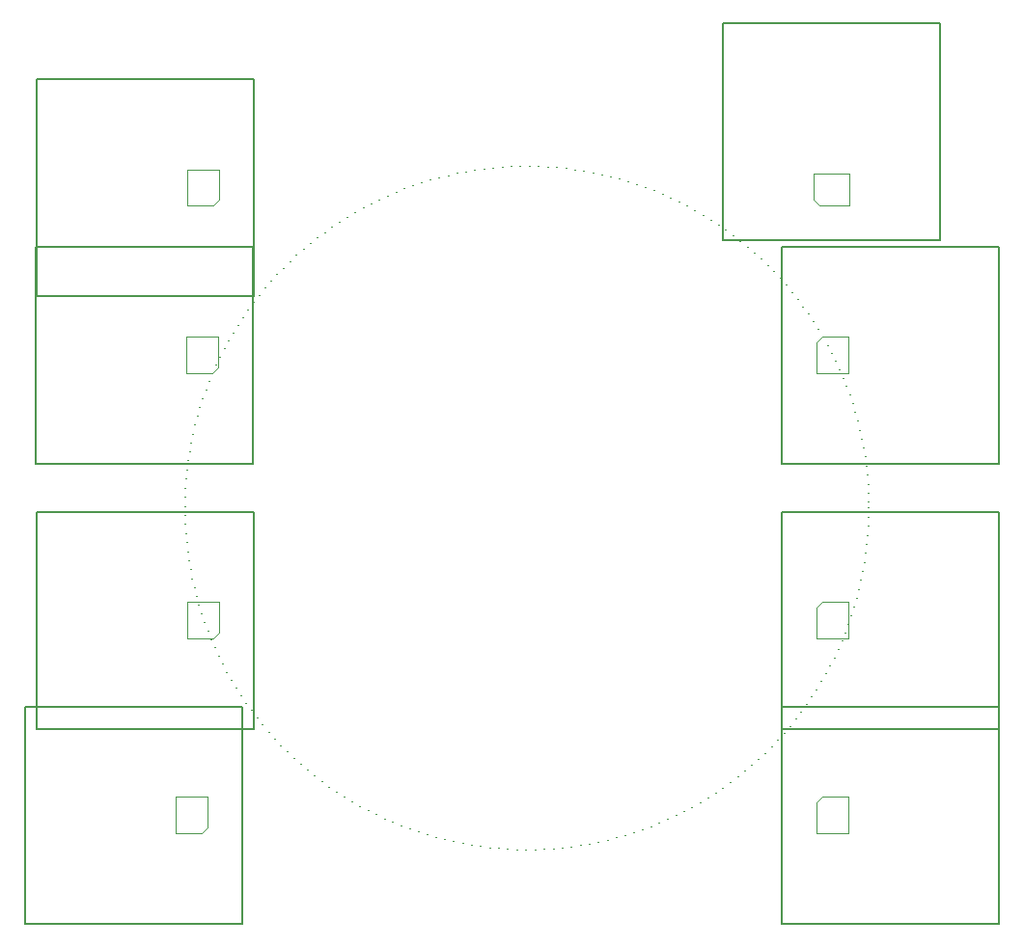
<source format=gbr>
G04 #@! TF.GenerationSoftware,KiCad,Pcbnew,(7.0.0)*
G04 #@! TF.CreationDate,2023-03-27T20:50:48+02:00*
G04 #@! TF.ProjectId,S3-27-epaper-touch,53332d32-372d-4657-9061-7065722d746f,rev?*
G04 #@! TF.SameCoordinates,Original*
G04 #@! TF.FileFunction,OtherDrawing,Comment*
%FSLAX46Y46*%
G04 Gerber Fmt 4.6, Leading zero omitted, Abs format (unit mm)*
G04 Created by KiCad (PCBNEW (7.0.0)) date 2023-03-27 20:50:48*
%MOMM*%
%LPD*%
G01*
G04 APERTURE LIST*
%ADD10C,0.200000*%
%ADD11C,0.150000*%
%ADD12C,0.120000*%
G04 APERTURE END LIST*
D10*
X167500000Y-90100000D02*
X167500000Y-90100000D01*
X167489333Y-90899905D02*
X167489333Y-90899905D01*
X167457343Y-91699241D02*
X167457343Y-91699241D01*
X167404051Y-92497440D02*
X167404051Y-92497440D01*
X167329495Y-93293935D02*
X167329495Y-93293935D01*
X167233728Y-94088158D02*
X167233728Y-94088158D01*
X167116818Y-94879546D02*
X167116818Y-94879546D01*
X166978849Y-95667535D02*
X166978849Y-95667535D01*
X166819918Y-96451565D02*
X166819918Y-96451565D01*
X166640139Y-97231078D02*
X166640139Y-97231078D01*
X166439639Y-98005521D02*
X166439639Y-98005521D01*
X166218561Y-98774343D02*
X166218561Y-98774343D01*
X165977062Y-99536996D02*
X165977062Y-99536996D01*
X165715314Y-100292939D02*
X165715314Y-100292939D01*
X165433503Y-101041635D02*
X165433503Y-101041635D01*
X165131829Y-101782550D02*
X165131829Y-101782550D01*
X164810507Y-102515158D02*
X164810507Y-102515158D01*
X164469766Y-103238938D02*
X164469766Y-103238938D01*
X164109847Y-103953375D02*
X164109847Y-103953375D01*
X163731007Y-104657961D02*
X163731007Y-104657961D01*
X163333515Y-105352196D02*
X163333515Y-105352196D01*
X162917653Y-106035585D02*
X162917653Y-106035585D01*
X162483717Y-106707644D02*
X162483717Y-106707644D01*
X162032017Y-107367892D02*
X162032017Y-107367892D01*
X161562872Y-108015863D02*
X161562872Y-108015863D01*
X161076617Y-108651094D02*
X161076617Y-108651094D01*
X160573598Y-109273133D02*
X160573598Y-109273133D01*
X160054171Y-109881540D02*
X160054171Y-109881540D01*
X159518707Y-110475880D02*
X159518707Y-110475880D01*
X158967587Y-111055732D02*
X158967587Y-111055732D01*
X158401201Y-111620682D02*
X158401201Y-111620682D01*
X157819953Y-112170330D02*
X157819953Y-112170330D01*
X157224256Y-112704285D02*
X157224256Y-112704285D01*
X156614534Y-113222166D02*
X156614534Y-113222166D01*
X155991220Y-113723606D02*
X155991220Y-113723606D01*
X155354757Y-114208247D02*
X155354757Y-114208247D01*
X154705599Y-114675747D02*
X154705599Y-114675747D01*
X154044206Y-115125771D02*
X154044206Y-115125771D01*
X153371049Y-115558000D02*
X153371049Y-115558000D01*
X152686607Y-115972126D02*
X152686607Y-115972126D01*
X151991366Y-116367856D02*
X151991366Y-116367856D01*
X151285821Y-116744908D02*
X151285821Y-116744908D01*
X150570473Y-117103013D02*
X150570473Y-117103013D01*
X149845831Y-117441917D02*
X149845831Y-117441917D01*
X149112410Y-117761379D02*
X149112410Y-117761379D01*
X148370732Y-118061172D02*
X148370732Y-118061172D01*
X147621324Y-118341083D02*
X147621324Y-118341083D01*
X146864720Y-118600912D02*
X146864720Y-118600912D01*
X146101456Y-118840475D02*
X146101456Y-118840475D01*
X145332076Y-119059602D02*
X145332076Y-119059602D01*
X144557127Y-119258137D02*
X144557127Y-119258137D01*
X143777159Y-119435938D02*
X143777159Y-119435938D01*
X142992729Y-119592879D02*
X142992729Y-119592879D01*
X142204392Y-119728848D02*
X142204392Y-119728848D01*
X141412711Y-119843750D02*
X141412711Y-119843750D01*
X140618247Y-119937502D02*
X140618247Y-119937502D01*
X139821566Y-120010037D02*
X139821566Y-120010037D01*
X139023234Y-120061304D02*
X139023234Y-120061304D01*
X138223819Y-120091266D02*
X138223819Y-120091266D01*
X137423889Y-120099903D02*
X137423889Y-120099903D01*
X136624014Y-120087208D02*
X136624014Y-120087208D01*
X135824761Y-120053189D02*
X135824761Y-120053189D01*
X135026700Y-119997872D02*
X135026700Y-119997872D01*
X134230397Y-119921296D02*
X134230397Y-119921296D01*
X133436419Y-119823514D02*
X133436419Y-119823514D01*
X132645331Y-119704597D02*
X132645331Y-119704597D01*
X131857694Y-119564629D02*
X131857694Y-119564629D01*
X131074070Y-119403710D02*
X131074070Y-119403710D01*
X130295015Y-119221953D02*
X130295015Y-119221953D01*
X129521083Y-119019489D02*
X129521083Y-119019489D01*
X128752825Y-118796462D02*
X128752825Y-118796462D01*
X127990787Y-118553029D02*
X127990787Y-118553029D01*
X127235510Y-118289364D02*
X127235510Y-118289364D01*
X126487532Y-118005654D02*
X126487532Y-118005654D01*
X125747385Y-117702102D02*
X125747385Y-117702102D01*
X125015594Y-117378922D02*
X125015594Y-117378922D01*
X124292681Y-117036346D02*
X124292681Y-117036346D01*
X123579160Y-116674615D02*
X123579160Y-116674615D01*
X122875536Y-116293989D02*
X122875536Y-116293989D01*
X122182312Y-115894737D02*
X122182312Y-115894737D01*
X121499980Y-115477142D02*
X121499980Y-115477142D01*
X120829025Y-115041503D02*
X120829025Y-115041503D01*
X120169924Y-114588129D02*
X120169924Y-114588129D01*
X119523146Y-114117342D02*
X119523146Y-114117342D01*
X118889151Y-113629477D02*
X118889151Y-113629477D01*
X118268390Y-113124881D02*
X118268390Y-113124881D01*
X117661303Y-112603913D02*
X117661303Y-112603913D01*
X117068323Y-112066943D02*
X117068323Y-112066943D01*
X116489872Y-111514353D02*
X116489872Y-111514353D01*
X115926360Y-110946535D02*
X115926360Y-110946535D01*
X115378188Y-110363895D02*
X115378188Y-110363895D01*
X114845747Y-109766845D02*
X114845747Y-109766845D01*
X114329414Y-109155811D02*
X114329414Y-109155811D01*
X113829557Y-108531227D02*
X113829557Y-108531227D01*
X113346532Y-107893537D02*
X113346532Y-107893537D01*
X112880681Y-107243195D02*
X112880681Y-107243195D01*
X112432336Y-106580663D02*
X112432336Y-106580663D01*
X112001816Y-105906411D02*
X112001816Y-105906411D01*
X111589427Y-105220921D02*
X111589427Y-105220921D01*
X111195463Y-104524678D02*
X111195463Y-104524678D01*
X110820202Y-103818178D02*
X110820202Y-103818178D01*
X110463913Y-103101924D02*
X110463913Y-103101924D01*
X110126849Y-102376425D02*
X110126849Y-102376425D01*
X109809248Y-101642196D02*
X109809248Y-101642196D01*
X109511338Y-100899760D02*
X109511338Y-100899760D01*
X109233329Y-100149644D02*
X109233329Y-100149644D01*
X108975420Y-99392382D02*
X108975420Y-99392382D01*
X108737794Y-98628513D02*
X108737794Y-98628513D01*
X108520620Y-97858580D02*
X108520620Y-97858580D01*
X108324052Y-97083130D02*
X108324052Y-97083130D01*
X108148231Y-96302714D02*
X108148231Y-96302714D01*
X107993280Y-95517888D02*
X107993280Y-95517888D01*
X107859311Y-94729209D02*
X107859311Y-94729209D01*
X107746418Y-93937238D02*
X107746418Y-93937238D01*
X107654682Y-93142539D02*
X107654682Y-93142539D01*
X107584169Y-92345677D02*
X107584169Y-92345677D01*
X107534927Y-91547217D02*
X107534927Y-91547217D01*
X107506993Y-90747729D02*
X107506993Y-90747729D01*
X107500386Y-89947780D02*
X107500386Y-89947780D01*
X107515110Y-89147939D02*
X107515110Y-89147939D01*
X107551156Y-88348775D02*
X107551156Y-88348775D01*
X107608498Y-87550857D02*
X107608498Y-87550857D01*
X107687094Y-86754751D02*
X107687094Y-86754751D01*
X107786890Y-85961023D02*
X107786890Y-85961023D01*
X107907814Y-85170239D02*
X107907814Y-85170239D01*
X108049779Y-84382961D02*
X108049779Y-84382961D01*
X108212686Y-83599747D02*
X108212686Y-83599747D01*
X108396418Y-82821156D02*
X108396418Y-82821156D01*
X108600845Y-82047740D02*
X108600845Y-82047740D01*
X108825821Y-81280050D02*
X108825821Y-81280050D01*
X109071187Y-80518632D02*
X109071187Y-80518632D01*
X109336767Y-79764026D02*
X109336767Y-79764026D01*
X109622373Y-79016771D02*
X109622373Y-79016771D01*
X109927803Y-78277396D02*
X109927803Y-78277396D01*
X110252837Y-77546428D02*
X110252837Y-77546428D01*
X110597247Y-76824386D02*
X110597247Y-76824386D01*
X110960786Y-76111784D02*
X110960786Y-76111784D01*
X111343197Y-75409129D02*
X111343197Y-75409129D01*
X111744206Y-74716920D02*
X111744206Y-74716920D01*
X112163530Y-74035650D02*
X112163530Y-74035650D01*
X112600870Y-73365802D02*
X112600870Y-73365802D01*
X113055915Y-72707854D02*
X113055915Y-72707854D01*
X113528341Y-72062272D02*
X113528341Y-72062272D01*
X114017813Y-71429517D02*
X114017813Y-71429517D01*
X114523983Y-70810037D02*
X114523983Y-70810037D01*
X115046489Y-70204274D02*
X115046489Y-70204274D01*
X115584962Y-69612659D02*
X115584962Y-69612659D01*
X116139018Y-69035611D02*
X116139018Y-69035611D01*
X116708263Y-68473541D02*
X116708263Y-68473541D01*
X117292292Y-67926850D02*
X117292292Y-67926850D01*
X117890691Y-67395925D02*
X117890691Y-67395925D01*
X118503033Y-66881144D02*
X118503033Y-66881144D01*
X119128883Y-66382873D02*
X119128883Y-66382873D01*
X119767796Y-65901467D02*
X119767796Y-65901467D01*
X120419319Y-65437268D02*
X120419319Y-65437268D01*
X121082986Y-64990605D02*
X121082986Y-64990605D01*
X121758328Y-64561797D02*
X121758328Y-64561797D01*
X122444862Y-64151149D02*
X122444862Y-64151149D01*
X123142102Y-63758952D02*
X123142102Y-63758952D01*
X123849552Y-63385485D02*
X123849552Y-63385485D01*
X124566707Y-63031014D02*
X124566707Y-63031014D01*
X125293060Y-62695791D02*
X125293060Y-62695791D01*
X126028092Y-62380055D02*
X126028092Y-62380055D01*
X126771282Y-62084029D02*
X126771282Y-62084029D01*
X127522100Y-61807924D02*
X127522100Y-61807924D01*
X128280013Y-61551937D02*
X128280013Y-61551937D01*
X129044483Y-61316250D02*
X129044483Y-61316250D01*
X129814965Y-61101030D02*
X129814965Y-61101030D01*
X130590911Y-60906430D02*
X130590911Y-60906430D01*
X131371771Y-60732589D02*
X131371771Y-60732589D01*
X132156988Y-60579630D02*
X132156988Y-60579630D01*
X132946004Y-60447662D02*
X132946004Y-60447662D01*
X133738258Y-60336779D02*
X133738258Y-60336779D01*
X134533187Y-60247060D02*
X134533187Y-60247060D01*
X135330226Y-60178568D02*
X135330226Y-60178568D01*
X136128808Y-60131352D02*
X136128808Y-60131352D01*
X136928365Y-60105446D02*
X136928365Y-60105446D01*
X137728328Y-60100868D02*
X137728328Y-60100868D01*
X138528129Y-60117622D02*
X138528129Y-60117622D01*
X139327198Y-60155695D02*
X139327198Y-60155695D01*
X140124969Y-60215061D02*
X140124969Y-60215061D01*
X140920873Y-60295677D02*
X140920873Y-60295677D01*
X141714344Y-60397486D02*
X141714344Y-60397486D01*
X142504819Y-60520416D02*
X142504819Y-60520416D01*
X143291735Y-60664378D02*
X143291735Y-60664378D01*
X144074533Y-60829272D02*
X144074533Y-60829272D01*
X144852656Y-61014979D02*
X144852656Y-61014979D01*
X145625550Y-61221367D02*
X145625550Y-61221367D01*
X146392667Y-61448290D02*
X146392667Y-61448290D01*
X147153460Y-61695586D02*
X147153460Y-61695586D01*
X147907389Y-61963080D02*
X147907389Y-61963080D01*
X148653918Y-62250581D02*
X148653918Y-62250581D01*
X149392516Y-62557885D02*
X149392516Y-62557885D01*
X150122657Y-62884774D02*
X150122657Y-62884774D01*
X150843822Y-63231014D02*
X150843822Y-63231014D01*
X151555500Y-63596360D02*
X151555500Y-63596360D01*
X152257182Y-63980552D02*
X152257182Y-63980552D01*
X152948372Y-64383316D02*
X152948372Y-64383316D01*
X153628576Y-64804367D02*
X153628576Y-64804367D01*
X154297312Y-65243405D02*
X154297312Y-65243405D01*
X154954104Y-65700118D02*
X154954104Y-65700118D01*
X155598485Y-66174180D02*
X155598485Y-66174180D01*
X156229997Y-66665256D02*
X156229997Y-66665256D01*
X156848190Y-67172995D02*
X156848190Y-67172995D01*
X157452625Y-67697037D02*
X157452625Y-67697037D01*
X158042873Y-68237009D02*
X158042873Y-68237009D01*
X158618513Y-68792527D02*
X158618513Y-68792527D01*
X159179137Y-69363196D02*
X159179137Y-69363196D01*
X159724345Y-69948611D02*
X159724345Y-69948611D01*
X160253750Y-70548354D02*
X160253750Y-70548354D01*
X160766976Y-71162000D02*
X160766976Y-71162000D01*
X161263657Y-71789113D02*
X161263657Y-71789113D01*
X161743441Y-72429245D02*
X161743441Y-72429245D01*
X162205986Y-73081943D02*
X162205986Y-73081943D01*
X162650963Y-73746742D02*
X162650963Y-73746742D01*
X163078056Y-74423169D02*
X163078056Y-74423169D01*
X163486961Y-75110743D02*
X163486961Y-75110743D01*
X163877388Y-75808976D02*
X163877388Y-75808976D01*
X164249059Y-76517370D02*
X164249059Y-76517370D01*
X164601709Y-77235423D02*
X164601709Y-77235423D01*
X164935088Y-77962624D02*
X164935088Y-77962624D01*
X165248959Y-78698454D02*
X165248959Y-78698454D01*
X165543099Y-79442393D02*
X165543099Y-79442393D01*
X165817298Y-80193909D02*
X165817298Y-80193909D01*
X166071361Y-80952470D02*
X166071361Y-80952470D01*
X166305108Y-81717535D02*
X166305108Y-81717535D01*
X166518373Y-82488560D02*
X166518373Y-82488560D01*
X166711003Y-83264998D02*
X166711003Y-83264998D01*
X166882863Y-84046296D02*
X166882863Y-84046296D01*
X167033829Y-84831898D02*
X167033829Y-84831898D01*
X167163795Y-85621246D02*
X167163795Y-85621246D01*
X167272668Y-86413780D02*
X167272668Y-86413780D01*
X167360370Y-87208934D02*
X167360370Y-87208934D01*
X167426840Y-88006144D02*
X167426840Y-88006144D01*
X167472029Y-88804843D02*
X167472029Y-88804843D01*
X167495907Y-89604463D02*
X167495907Y-89604463D01*
D11*
X159875000Y-126625000D02*
X178925000Y-126625000D01*
X178925000Y-126625000D02*
X178925000Y-107575000D01*
D12*
X162920001Y-118700000D02*
X162920001Y-116000000D01*
X165720001Y-118700000D02*
X162920001Y-118700000D01*
X163420001Y-115500000D02*
X162920001Y-116000000D01*
X163420001Y-115500000D02*
X165720001Y-115500000D01*
X165720001Y-115500000D02*
X165720001Y-118700000D01*
D11*
X159875000Y-107575000D02*
X159875000Y-126625000D01*
X178925000Y-107575000D02*
X159875000Y-107575000D01*
X159875000Y-109525000D02*
X178925000Y-109525000D01*
X178925000Y-109525000D02*
X178925000Y-90475000D01*
D12*
X162920001Y-101600000D02*
X162920001Y-98900000D01*
X165720001Y-101600000D02*
X162920001Y-101600000D01*
X163420001Y-98400000D02*
X162920001Y-98900000D01*
X163420001Y-98400000D02*
X165720001Y-98400000D01*
X165720001Y-98400000D02*
X165720001Y-101600000D01*
D11*
X159875000Y-90475000D02*
X159875000Y-109525000D01*
X178925000Y-90475000D02*
X159875000Y-90475000D01*
X113445001Y-67175000D02*
X94395001Y-67175000D01*
X94395001Y-67175000D02*
X94395001Y-86225000D01*
D12*
X110400000Y-75100000D02*
X110400000Y-77800000D01*
X107600000Y-75100000D02*
X110400000Y-75100000D01*
X109900000Y-78300000D02*
X110400000Y-77800000D01*
X109900000Y-78300000D02*
X107600000Y-78300000D01*
X107600000Y-78300000D02*
X107600000Y-75100000D01*
D11*
X113445001Y-86225000D02*
X113445001Y-67175000D01*
X94395001Y-86225000D02*
X113445001Y-86225000D01*
X113525000Y-90475000D02*
X94475000Y-90475000D01*
X94475000Y-90475000D02*
X94475000Y-109525000D01*
D12*
X110479999Y-98400000D02*
X110479999Y-101100000D01*
X107679999Y-98400000D02*
X110479999Y-98400000D01*
X109979999Y-101600000D02*
X110479999Y-101100000D01*
X109979999Y-101600000D02*
X107679999Y-101600000D01*
X107679999Y-101600000D02*
X107679999Y-98400000D01*
D11*
X113525000Y-109525000D02*
X113525000Y-90475000D01*
X94475000Y-109525000D02*
X113525000Y-109525000D01*
X159825000Y-86225000D02*
X178875000Y-86225000D01*
X178875000Y-86225000D02*
X178875000Y-67175000D01*
D12*
X162870001Y-78300000D02*
X162870001Y-75600000D01*
X165670001Y-78300000D02*
X162870001Y-78300000D01*
X163370001Y-75100000D02*
X162870001Y-75600000D01*
X163370001Y-75100000D02*
X165670001Y-75100000D01*
X165670001Y-75100000D02*
X165670001Y-78300000D01*
D11*
X159825000Y-67175000D02*
X159825000Y-86225000D01*
X178875000Y-67175000D02*
X159825000Y-67175000D01*
X112525000Y-107575000D02*
X93475000Y-107575000D01*
X93475000Y-107575000D02*
X93475000Y-126625000D01*
D12*
X109479999Y-115500000D02*
X109479999Y-118200000D01*
X106679999Y-115500000D02*
X109479999Y-115500000D01*
X108979999Y-118700000D02*
X109479999Y-118200000D01*
X108979999Y-118700000D02*
X106679999Y-118700000D01*
X106679999Y-118700000D02*
X106679999Y-115500000D01*
D11*
X112525000Y-126625000D02*
X112525000Y-107575000D01*
X93475000Y-126625000D02*
X112525000Y-126625000D01*
X173725000Y-66625000D02*
X173725000Y-47575000D01*
X173725000Y-47575000D02*
X154675000Y-47575000D01*
D12*
X165800000Y-63579999D02*
X163100000Y-63579999D01*
X165800000Y-60779999D02*
X165800000Y-63579999D01*
X162600000Y-63079999D02*
X163100000Y-63579999D01*
X162600000Y-63079999D02*
X162600000Y-60779999D01*
X162600000Y-60779999D02*
X165800000Y-60779999D01*
D11*
X154675000Y-66625000D02*
X173725000Y-66625000D01*
X154675000Y-47575000D02*
X154675000Y-66625000D01*
X113525000Y-52475000D02*
X94475000Y-52475000D01*
X94475000Y-52475000D02*
X94475000Y-71525000D01*
D12*
X110479999Y-60400000D02*
X110479999Y-63100000D01*
X107679999Y-60400000D02*
X110479999Y-60400000D01*
X109979999Y-63600000D02*
X110479999Y-63100000D01*
X109979999Y-63600000D02*
X107679999Y-63600000D01*
X107679999Y-63600000D02*
X107679999Y-60400000D01*
D11*
X113525000Y-71525000D02*
X113525000Y-52475000D01*
X94475000Y-71525000D02*
X113525000Y-71525000D01*
M02*

</source>
